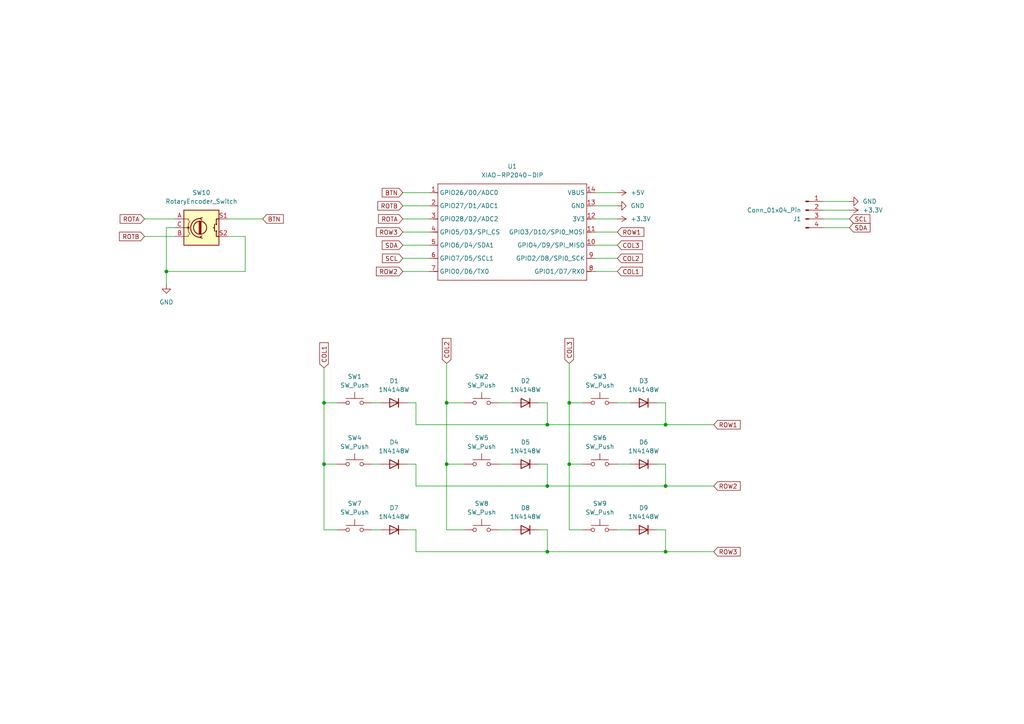
<source format=kicad_sch>
(kicad_sch (version 20250114) (generator "eeschema") (generator_version "9.0")
  (paper "A4")
  (title_block (title "DialPad") (date "2025-07-02") (rev "1.0") (comment 1 "Author: Felix Wittwer"))
  (lib_symbols
    (symbol "Connector:Conn_01x04_Pin" (pin_names (offset 1.016) (hide yes))
      (property "Reference" "J" (at 0 5.08 0))
      (property "Value" "Conn_01x04_Pin" (at 0 -7.62 0))
      (symbol "Conn_01x04_Pin_1_1"
        (rectangle (start 0.8636 2.667) (end 0 2.413) (stroke (width 0.1524)) (fill (type outline)))
        (rectangle (start 0.8636 0.127) (end 0 -0.127) (stroke (width 0.1524)) (fill (type outline)))
        (rectangle (start 0.8636 -2.413) (end 0 -2.667) (stroke (width 0.1524)) (fill (type outline)))
        (rectangle (start 0.8636 -4.953) (end 0 -5.207) (stroke (width 0.1524)) (fill (type outline)))
        (polyline (pts (xy 1.27 2.54) (xy 0.8636 2.54)) (stroke (width 0.1524)))
        (polyline (pts (xy 1.27 0) (xy 0.8636 0)) (stroke (width 0.1524)))
        (polyline (pts (xy 1.27 -2.54) (xy 0.8636 -2.54)) (stroke (width 0.1524)))
        (polyline (pts (xy 1.27 -5.08) (xy 0.8636 -5.08)) (stroke (width 0.1524)))
        (pin passive line (at 5.08 2.54 180) (length 3.81) (name "Pin_1") (number "1"))
        (pin passive line (at 5.08 0 180) (length 3.81) (name "Pin_2") (number "2"))
        (pin passive line (at 5.08 -2.54 180) (length 3.81) (name "Pin_3") (number "3"))
        (pin passive line (at 5.08 -5.08 180) (length 3.81) (name "Pin_4") (number "4"))
      )
    )
    (symbol "Device:D" (pin_numbers (hide yes)) (pin_names (offset 1.016) (hide yes))
      (property "Reference" "D" (at 0 2.54 0))
      (property "Value" "D" (at 0 -2.54 0))
      (symbol "D_0_1"
        (polyline (pts (xy -1.27 1.27) (xy -1.27 -1.27)) (stroke (width 0.254)))
        (polyline (pts (xy 1.27 1.27) (xy 1.27 -1.27) (xy -1.27 0) (xy 1.27 1.27)) (stroke (width 0.254)))
        (polyline (pts (xy 1.27 0) (xy -1.27 0)))
      )
      (symbol "D_1_1"
        (pin passive line (at -3.81 0 0) (length 2.54) (name "K") (number "1"))
        (pin passive line (at 3.81 0 180) (length 2.54) (name "A") (number "2"))
      )
    )
    (symbol "Device:RotaryEncoder_Switch" (pin_names (offset 0.254) (hide yes))
      (property "Reference" "SW" (at 0 6.604 0))
      (property "Value" "RotaryEncoder_Switch" (at 0 -6.604 0))
      (symbol "RotaryEncoder_Switch_0_1"
        (rectangle (start -5.08 5.08) (end 5.08 -5.08) (stroke (width 0.254)) (fill (type background)))
        (polyline (pts (xy -5.08 2.54) (xy -3.81 2.54) (xy -3.81 2.032)))
        (polyline (pts (xy -5.08 0) (xy -3.81 0) (xy -3.81 -1.016) (xy -3.302 -2.032)))
        (polyline (pts (xy -5.08 -2.54) (xy -3.81 -2.54) (xy -3.81 -2.032)))
        (polyline (pts (xy -4.318 0) (xy -3.81 0) (xy -3.81 1.016) (xy -3.302 2.032)))
        (circle (center -3.81 0) (radius 0.254) (fill (type outline)))
        (polyline (pts (xy -0.635 -1.778) (xy -0.635 1.778)) (stroke (width 0.254)))
        (circle (center -0.381 0) (radius 1.905) (stroke (width 0.254)))
        (polyline (pts (xy -0.381 -1.778) (xy -0.381 1.778)) (stroke (width 0.254)))
        (arc (start -0.381 -2.794) (mid -3.0988 -0.0635) (end -0.381 2.667) (stroke (width 0.254)))
        (polyline (pts (xy -0.127 1.778) (xy -0.127 -1.778)) (stroke (width 0.254)))
        (polyline (pts (xy 0.254 2.921) (xy -0.508 2.667) (xy 0.127 2.286)) (stroke (width 0.254)))
        (polyline (pts (xy 0.254 -3.048) (xy -0.508 -2.794) (xy 0.127 -2.413)) (stroke (width 0.254)))
        (polyline (pts (xy 3.81 1.016) (xy 3.81 -1.016)) (stroke (width 0.254)))
        (polyline (pts (xy 3.81 0) (xy 3.429 0)) (stroke (width 0.254)))
        (circle (center 4.318 1.016) (radius 0.127) (stroke (width 0.254)))
        (circle (center 4.318 -1.016) (radius 0.127) (stroke (width 0.254)))
        (polyline (pts (xy 5.08 2.54) (xy 4.318 2.54) (xy 4.318 1.016)) (stroke (width 0.254)))
        (polyline (pts (xy 5.08 -2.54) (xy 4.318 -2.54) (xy 4.318 -1.016)) (stroke (width 0.254)))
      )
      (symbol "RotaryEncoder_Switch_1_1"
        (pin passive line (at -7.62 2.54 0) (length 2.54) (name "A") (number "A"))
        (pin passive line (at -7.62 0 0) (length 2.54) (name "C") (number "C"))
        (pin passive line (at -7.62 -2.54 0) (length 2.54) (name "B") (number "B"))
        (pin passive line (at 7.62 2.54 180) (length 2.54) (name "S1") (number "S1"))
        (pin passive line (at 7.62 -2.54 180) (length 2.54) (name "S2") (number "S2"))
      )
    )
    (symbol "OPL:XIAO-RP2350-DIP"
      (property "Reference" "U" (at -5.588 2.032 0))
      (property "Value" "XIAO-RP2350-DIP" (at 0 0 0))
      (symbol "XIAO-RP2350-DIP_1_0"
        (polyline (pts (xy -6.35 -1.27) (xy 36.83 -1.27)) (stroke (width 0.1524)))
        (polyline (pts (xy -6.35 -3.81) (xy -7.62 -3.81)) (stroke (width 0.1524)))
        (polyline (pts (xy -6.35 -3.81) (xy -6.35 -1.27)) (stroke (width 0.1524)))
        (polyline (pts (xy -6.35 -7.62) (xy -7.62 -7.62)) (stroke (width 0.1524)))
        (polyline (pts (xy -6.35 -7.62) (xy -6.35 -3.81)) (stroke (width 0.1524)))
        (polyline (pts (xy -6.35 -11.43) (xy -7.62 -11.43)) (stroke (width 0.1524)))
        (polyline (pts (xy -6.35 -11.43) (xy -6.35 -7.62)) (stroke (width 0.1524)))
        (polyline (pts (xy -6.35 -15.24) (xy -7.62 -15.24)) (stroke (width 0.1524)))
        (polyline (pts (xy -6.35 -15.24) (xy -6.35 -11.43)) (stroke (width 0.1524)))
        (polyline (pts (xy -6.35 -19.05) (xy -7.62 -19.05)) (stroke (width 0.1524)))
        (polyline (pts (xy -6.35 -22.86) (xy -7.62 -22.86)) (stroke (width 0.1524)))
        (polyline (pts (xy -6.35 -26.67) (xy -7.62 -26.67)) (stroke (width 0.1524)))
        (polyline (pts (xy -6.35 -29.21) (xy -6.35 -15.24)) (stroke (width 0.1524)))
        (polyline (pts (xy 36.83 -1.27) (xy 36.83 -3.81)) (stroke (width 0.1524)))
        (polyline (pts (xy 36.83 -3.81) (xy 36.83 -7.62)) (stroke (width 0.1524)))
        (polyline (pts (xy 36.83 -7.62) (xy 36.83 -11.43)) (stroke (width 0.1524)))
        (polyline (pts (xy 36.83 -11.43) (xy 36.83 -29.21)) (stroke (width 0.1524)))
        (polyline (pts (xy 36.83 -29.21) (xy -6.35 -29.21)) (stroke (width 0.1524)))
        (polyline (pts (xy 38.1 -3.81) (xy 36.83 -3.81)) (stroke (width 0.1524)))
        (polyline (pts (xy 38.1 -7.62) (xy 36.83 -7.62)) (stroke (width 0.1524)))
        (polyline (pts (xy 38.1 -11.43) (xy 36.83 -11.43)) (stroke (width 0.1524)))
        (polyline (pts (xy 38.1 -15.24) (xy 36.83 -15.24)) (stroke (width 0.1524)))
        (polyline (pts (xy 38.1 -19.05) (xy 36.83 -19.05)) (stroke (width 0.1524)))
        (polyline (pts (xy 38.1 -22.86) (xy 36.83 -22.86)) (stroke (width 0.1524)))
        (polyline (pts (xy 38.1 -26.67) (xy 36.83 -26.67)) (stroke (width 0.1524)))
        (pin passive line (at -8.89 -3.81 0) (length 2.54) (name "GPIO26/D0/ADC0") (number "1"))
        (pin passive line (at -8.89 -7.62 0) (length 2.54) (name "GPIO27/D1/ADC1") (number "2"))
        (pin passive line (at -8.89 -11.43 0) (length 2.54) (name "GPIO28/D2/ADC2") (number "3"))
        (pin passive line (at -8.89 -15.24 0) (length 2.54) (name "GPIO5/D3/SPI_CS") (number "4"))
        (pin passive line (at -8.89 -19.05 0) (length 2.54) (name "GPIO6/D4/SDA1") (number "5"))
        (pin passive line (at -8.89 -22.86 0) (length 2.54) (name "GPIO7/D5/SCL1") (number "6"))
        (pin passive line (at -8.89 -26.67 0) (length 2.54) (name "GPIO0/D6/TX0") (number "7"))
        (pin passive line (at 39.37 -3.81 180) (length 2.54) (name "VBUS") (number "14"))
        (pin passive line (at 39.37 -7.62 180) (length 2.54) (name "GND") (number "13"))
        (pin passive line (at 39.37 -11.43 180) (length 2.54) (name "3V3") (number "12"))
        (pin passive line (at 39.37 -15.24 180) (length 2.54) (name "GPIO3/D10/SPI0_MOSI") (number "11"))
        (pin passive line (at 39.37 -19.05 180) (length 2.54) (name "GPIO4/D9/SPI_MISO") (number "10"))
        (pin passive line (at 39.37 -22.86 180) (length 2.54) (name "GPIO2/D8/SPI0_SCK") (number "9"))
        (pin passive line (at 39.37 -26.67 180) (length 2.54) (name "GPIO1/D7/RX0") (number "8"))
      )
    )
    (symbol "Switch:SW_Push" (pin_numbers (hide yes)) (pin_names (offset 1.016) (hide yes))
      (property "Reference" "SW" (at 1.27 2.54 0))
      (property "Value" "SW_Push" (at 0 -1.524 0))
      (symbol "SW_Push_0_1"
        (circle (center -2.032 0) (radius 0.508))
        (polyline (pts (xy 0 1.27) (xy 0 3.048)))
        (circle (center 2.032 0) (radius 0.508))
        (polyline (pts (xy 2.54 1.27) (xy -2.54 1.27)))
        (pin passive line (at -5.08 0 0) (length 2.54) (name "1") (number "1"))
        (pin passive line (at 5.08 0 180) (length 2.54) (name "2") (number "2"))
      )
    )
    (symbol "power:+3.3V" (power) (pin_numbers (hide yes)) (pin_names (offset 0) (hide yes))
      (property "Value" "+3.3V" (at 0 3.556 0))
      (symbol "+3.3V_0_1"
        (polyline (pts (xy -0.762 1.27) (xy 0 2.54)))
        (polyline (pts (xy 0 2.54) (xy 0.762 1.27)))
        (polyline (pts (xy 0 0) (xy 0 2.54)))
      )
      (symbol "+3.3V_1_1"
        (pin power_in line (at 0 0 90) (length 0) (name "~") (number "1"))
      )
    )
    (symbol "power:+5V" (power) (pin_numbers (hide yes)) (pin_names (offset 0) (hide yes))
      (property "Value" "+5V" (at 0 3.556 0))
      (symbol "+5V_0_1"
        (polyline (pts (xy -0.762 1.27) (xy 0 2.54)))
        (polyline (pts (xy 0 2.54) (xy 0.762 1.27)))
        (polyline (pts (xy 0 0) (xy 0 2.54)))
      )
      (symbol "+5V_1_1"
        (pin power_in line (at 0 0 90) (length 0) (name "~") (number "1"))
      )
    )
    (symbol "power:GND" (power) (pin_numbers (hide yes)) (pin_names (offset 0) (hide yes))
      (property "Value" "GND" (at 0 -3.81 0))
      (symbol "GND_0_1"
        (polyline (pts (xy 0 0) (xy 0 -1.27) (xy 1.27 -1.27) (xy 0 -2.54) (xy -1.27 -1.27) (xy 0 -1.27)))
      )
      (symbol "GND_1_1"
        (pin power_in line (at 0 0 270) (length 0) (name "~") (number "1"))
      )
    )
  )
  (junction (at 193.04 160.02))
  (junction (at 129.54 116.84))
  (junction (at 93.98 116.84))
  (junction (at 93.98 134.62))
  (junction (at 158.75 160.02))
  (junction (at 193.04 123.19))
  (junction (at 165.1 134.62))
  (junction (at 158.75 123.19))
  (junction (at 165.1 116.84))
  (junction (at 48.26 78.74))
  (junction (at 129.54 134.62))
  (junction (at 193.04 140.97))
  (junction (at 158.75 140.97))
  (wire (pts (xy 156.21 116.84) (xy 158.75 116.84)))
  (wire (pts (xy 165.1 153.67) (xy 168.91 153.67)))
  (wire (pts (xy 158.75 140.97) (xy 193.04 140.97)))
  (wire (pts (xy 129.54 153.67) (xy 134.62 153.67)))
  (wire (pts (xy 190.5 153.67) (xy 193.04 153.67)))
  (wire (pts (xy 165.1 116.84) (xy 168.91 116.84)))
  (wire (pts (xy 120.65 116.84) (xy 118.11 116.84)))
  (wire (pts (xy 179.07 55.88) (xy 172.72 55.88)))
  (wire (pts (xy 193.04 123.19) (xy 207.01 123.19)))
  (wire (pts (xy 129.54 105.41) (xy 129.54 116.84)))
  (wire (pts (xy 172.72 59.69) (xy 179.07 59.69)))
  (wire (pts (xy 107.95 153.67) (xy 110.49 153.67)))
  (wire (pts (xy 116.84 55.88) (xy 124.46 55.88)))
  (wire (pts (xy 107.95 116.84) (xy 110.49 116.84)))
  (wire (pts (xy 93.98 134.62) (xy 93.98 153.67)))
  (wire (pts (xy 120.65 160.02) (xy 158.75 160.02)))
  (wire (pts (xy 120.65 123.19) (xy 158.75 123.19)))
  (wire (pts (xy 93.98 116.84) (xy 97.79 116.84)))
  (wire (pts (xy 129.54 134.62) (xy 129.54 153.67)))
  (wire (pts (xy 144.78 116.84) (xy 148.59 116.84)))
  (wire (pts (xy 71.12 68.58) (xy 71.12 78.74)))
  (wire (pts (xy 120.65 134.62) (xy 118.11 134.62)))
  (wire (pts (xy 172.72 78.74) (xy 179.07 78.74)))
  (wire (pts (xy 238.76 60.96) (xy 246.38 60.96)))
  (wire (pts (xy 129.54 134.62) (xy 134.62 134.62)))
  (wire (pts (xy 107.95 134.62) (xy 110.49 134.62)))
  (wire (pts (xy 48.26 66.04) (xy 48.26 78.74)))
  (wire (pts (xy 179.07 153.67) (xy 182.88 153.67)))
  (wire (pts (xy 144.78 134.62) (xy 148.59 134.62)))
  (wire (pts (xy 190.5 116.84) (xy 193.04 116.84)))
  (wire (pts (xy 93.98 106.68) (xy 93.98 116.84)))
  (wire (pts (xy 116.84 71.12) (xy 124.46 71.12)))
  (wire (pts (xy 120.65 153.67) (xy 118.11 153.67)))
  (wire (pts (xy 193.04 134.62) (xy 193.04 140.97)))
  (wire (pts (xy 172.72 67.31) (xy 179.07 67.31)))
  (wire (pts (xy 120.65 134.62) (xy 120.65 140.97)))
  (wire (pts (xy 129.54 116.84) (xy 134.62 116.84)))
  (wire (pts (xy 116.84 67.31) (xy 124.46 67.31)))
  (wire (pts (xy 129.54 116.84) (xy 129.54 134.62)))
  (wire (pts (xy 172.72 63.5) (xy 179.07 63.5)))
  (wire (pts (xy 158.75 116.84) (xy 158.75 123.19)))
  (wire (pts (xy 144.78 153.67) (xy 148.59 153.67)))
  (wire (pts (xy 116.84 74.93) (xy 124.46 74.93)))
  (wire (pts (xy 71.12 78.74) (xy 48.26 78.74)))
  (wire (pts (xy 66.04 63.5) (xy 76.2 63.5)))
  (wire (pts (xy 179.07 116.84) (xy 182.88 116.84)))
  (wire (pts (xy 156.21 153.67) (xy 158.75 153.67)))
  (wire (pts (xy 193.04 116.84) (xy 193.04 123.19)))
  (wire (pts (xy 116.84 63.5) (xy 124.46 63.5)))
  (wire (pts (xy 120.65 140.97) (xy 158.75 140.97)))
  (wire (pts (xy 179.07 134.62) (xy 182.88 134.62)))
  (wire (pts (xy 158.75 153.67) (xy 158.75 160.02)))
  (wire (pts (xy 66.04 68.58) (xy 71.12 68.58)))
  (wire (pts (xy 93.98 153.67) (xy 97.79 153.67)))
  (wire (pts (xy 120.65 153.67) (xy 120.65 160.02)))
  (wire (pts (xy 41.91 68.58) (xy 50.8 68.58)))
  (wire (pts (xy 190.5 134.62) (xy 193.04 134.62)))
  (wire (pts (xy 165.1 105.41) (xy 165.1 116.84)))
  (wire (pts (xy 193.04 140.97) (xy 207.01 140.97)))
  (wire (pts (xy 165.1 116.84) (xy 165.1 134.62)))
  (wire (pts (xy 165.1 134.62) (xy 168.91 134.62)))
  (wire (pts (xy 193.04 153.67) (xy 193.04 160.02)))
  (wire (pts (xy 172.72 74.93) (xy 179.07 74.93)))
  (wire (pts (xy 238.76 66.04) (xy 246.38 66.04)))
  (wire (pts (xy 120.65 116.84) (xy 120.65 123.19)))
  (wire (pts (xy 93.98 134.62) (xy 97.79 134.62)))
  (wire (pts (xy 48.26 78.74) (xy 48.26 82.55)))
  (wire (pts (xy 116.84 59.69) (xy 124.46 59.69)))
  (wire (pts (xy 238.76 63.5) (xy 246.38 63.5)))
  (wire (pts (xy 158.75 123.19) (xy 193.04 123.19)))
  (wire (pts (xy 158.75 160.02) (xy 193.04 160.02)))
  (wire (pts (xy 165.1 134.62) (xy 165.1 153.67)))
  (wire (pts (xy 172.72 71.12) (xy 179.07 71.12)))
  (wire (pts (xy 238.76 58.42) (xy 246.38 58.42)))
  (wire (pts (xy 193.04 160.02) (xy 207.01 160.02)))
  (wire (pts (xy 50.8 66.04) (xy 48.26 66.04)))
  (wire (pts (xy 158.75 134.62) (xy 158.75 140.97)))
  (wire (pts (xy 93.98 116.84) (xy 93.98 134.62)))
  (wire (pts (xy 41.91 63.5) (xy 50.8 63.5)))
  (wire (pts (xy 156.21 134.62) (xy 158.75 134.62)))
  (wire (pts (xy 116.84 78.74) (xy 124.46 78.74)))
  (global_label "SDA" (shape input) (at 116.84 71.12 180) (property "Intersheetrefs" "${INTERSHEET_REFS}" (effects (hide yes))))
  (global_label "ROW2" (shape input) (at 207.01 140.97 0) (property "Intersheetrefs" "${INTERSHEET_REFS}" (effects (hide yes))))
  (global_label "COL1" (shape input) (at 179.07 78.74 0) (property "Intersheetrefs" "${INTERSHEET_REFS}" (effects (hide yes))))
  (global_label "ROW3" (shape input) (at 207.01 160.02 0) (property "Intersheetrefs" "${INTERSHEET_REFS}" (effects (hide yes))))
  (global_label "SCL" (shape input) (at 116.84 74.93 180) (property "Intersheetrefs" "${INTERSHEET_REFS}" (effects (hide yes))))
  (global_label "SCL" (shape input) (at 246.38 63.5 0) (property "Intersheetrefs" "${INTERSHEET_REFS}" (effects (hide yes))))
  (global_label "COL1" (shape input) (at 93.98 106.68 90) (property "Intersheetrefs" "${INTERSHEET_REFS}" (effects (hide yes))))
  (global_label "ROW1" (shape input) (at 179.07 67.31 0) (property "Intersheetrefs" "${INTERSHEET_REFS}" (effects (hide yes))))
  (global_label "ROTA" (shape input) (at 41.91 63.5 180) (property "Intersheetrefs" "${INTERSHEET_REFS}" (effects (hide yes))))
  (global_label "COL2" (shape input) (at 179.07 74.93 0) (property "Intersheetrefs" "${INTERSHEET_REFS}" (effects (hide yes))))
  (global_label "ROTA" (shape input) (at 116.84 63.5 180) (property "Intersheetrefs" "${INTERSHEET_REFS}" (effects (hide yes))))
  (global_label "BTN" (shape input) (at 116.84 55.88 180) (property "Intersheetrefs" "${INTERSHEET_REFS}" (effects (hide yes))))
  (global_label "ROTB" (shape input) (at 116.84 59.69 180) (property "Intersheetrefs" "${INTERSHEET_REFS}" (effects (hide yes))))
  (global_label "COL3" (shape input) (at 165.1 105.41 90) (property "Intersheetrefs" "${INTERSHEET_REFS}" (effects (hide yes))))
  (global_label "ROW3" (shape input) (at 116.84 67.31 180) (property "Intersheetrefs" "${INTERSHEET_REFS}" (effects (hide yes))))
  (global_label "COL2" (shape input) (at 129.54 105.41 90) (property "Intersheetrefs" "${INTERSHEET_REFS}" (effects (hide yes))))
  (global_label "BTN" (shape input) (at 76.2 63.5 0) (property "Intersheetrefs" "${INTERSHEET_REFS}" (effects (hide yes))))
  (global_label "COL3" (shape input) (at 179.07 71.12 0) (property "Intersheetrefs" "${INTERSHEET_REFS}" (effects (hide yes))))
  (global_label "ROTB" (shape input) (at 41.91 68.58 180) (property "Intersheetrefs" "${INTERSHEET_REFS}" (effects (hide yes))))
  (global_label "SDA" (shape input) (at 246.38 66.04 0) (property "Intersheetrefs" "${INTERSHEET_REFS}" (effects (hide yes))))
  (global_label "ROW2" (shape input) (at 116.84 78.74 180) (property "Intersheetrefs" "${INTERSHEET_REFS}" (effects (hide yes))))
  (global_label "ROW1" (shape input) (at 207.01 123.19 0) (property "Intersheetrefs" "${INTERSHEET_REFS}" (effects (hide yes))))
  (symbol (lib_id "Device:D") (at 152.4 116.84 180) (unit 1)
    (property "Reference" "D2" (at 152.4 110.49 0))
    (property "Value" "1N4148W" (at 152.4 113.03 0))
    (property "Footprint" "Diode_THT:D_A-405_P2.54mm_Vertical_AnodeUp" (effects (hide yes)))
    (property "Description" "Diode" (effects (hide yes)))
    (property "Sim.Device" "D" (effects (hide yes)))
    (property "Sim.Pins" "1=K 2=A" (effects (hide yes)))
  )
  (symbol (lib_id "power:+5V") (at 179.07 55.88 270) (unit 1)
    (property "Reference" "#PWR03" (effects (hide yes)))
    (property "Value" "+5V" (at 182.88 55.8799 90) (effects (justify left)))
    (property "Description" "Power symbol creates a global label with name \"+5V\"" (effects (hide yes)))
  )
  (symbol (lib_id "power:GND") (at 246.38 58.42 90) (unit 1)
    (property "Reference" "#PWR05" (effects (hide yes)))
    (property "Value" "GND" (at 250.19 58.4201 90) (effects (justify right)))
    (property "Description" "Power symbol creates a global label with name \"GND\" , ground" (effects (hide yes)))
  )
  (symbol (lib_id "Switch:SW_Push") (at 139.7 116.84 0) (unit 1)
    (property "Reference" "SW2" (at 139.7 109.22 0))
    (property "Value" "SW_Push" (at 139.7 111.76 0))
    (property "Footprint" "Button_Switch_Keyboard:SW_Cherry_MX_1.00u_PCB" (effects (hide yes)))
    (property "Description" "Push button switch, generic, two pins" (effects (hide yes)))
  )
  (symbol (lib_id "Device:D") (at 114.3 153.67 180) (unit 1)
    (property "Reference" "D7" (at 114.3 147.32 0))
    (property "Value" "1N4148W" (at 114.3 149.86 0))
    (property "Footprint" "Diode_THT:D_A-405_P2.54mm_Vertical_AnodeUp" (effects (hide yes)))
    (property "Description" "Diode" (effects (hide yes)))
    (property "Sim.Device" "D" (effects (hide yes)))
    (property "Sim.Pins" "1=K 2=A" (effects (hide yes)))
  )
  (symbol (lib_id "power:+3.3V") (at 179.07 63.5 270) (unit 1)
    (property "Reference" "#PWR04" (effects (hide yes)))
    (property "Value" "+3.3V" (at 182.88 63.4999 90) (effects (justify left)))
    (property "Description" "Power symbol creates a global label with name \"+3.3V\"" (effects (hide yes)))
  )
  (symbol (lib_id "Switch:SW_Push") (at 102.87 153.67 0) (unit 1)
    (property "Reference" "SW7" (at 102.87 146.05 0))
    (property "Value" "SW_Push" (at 102.87 148.59 0))
    (property "Footprint" "Button_Switch_Keyboard:SW_Cherry_MX_1.00u_PCB" (effects (hide yes)))
    (property "Description" "Push button switch, generic, two pins" (effects (hide yes)))
  )
  (symbol (lib_id "Device:D") (at 114.3 116.84 180) (unit 1)
    (property "Reference" "D1" (at 114.3 110.49 0))
    (property "Value" "1N4148W" (at 114.3 113.03 0))
    (property "Footprint" "Diode_THT:D_A-405_P2.54mm_Vertical_AnodeUp" (effects (hide yes)))
    (property "Description" "Diode" (effects (hide yes)))
    (property "Sim.Device" "D" (effects (hide yes)))
    (property "Sim.Pins" "1=K 2=A" (effects (hide yes)))
  )
  (symbol (lib_id "Switch:SW_Push") (at 139.7 153.67 0) (unit 1)
    (property "Reference" "SW8" (at 139.7 146.05 0))
    (property "Value" "SW_Push" (at 139.7 148.59 0))
    (property "Footprint" "Button_Switch_Keyboard:SW_Cherry_MX_1.00u_PCB" (effects (hide yes)))
    (property "Description" "Push button switch, generic, two pins" (effects (hide yes)))
  )
  (symbol (lib_id "Device:D") (at 114.3 134.62 180) (unit 1)
    (property "Reference" "D4" (at 114.3 128.27 0))
    (property "Value" "1N4148W" (at 114.3 130.81 0))
    (property "Footprint" "Diode_THT:D_A-405_P2.54mm_Vertical_AnodeUp" (effects (hide yes)))
    (property "Description" "Diode" (effects (hide yes)))
    (property "Sim.Device" "D" (effects (hide yes)))
    (property "Sim.Pins" "1=K 2=A" (effects (hide yes)))
  )
  (symbol (lib_id "Device:D") (at 186.69 153.67 180) (unit 1)
    (property "Reference" "D9" (at 186.69 147.32 0))
    (property "Value" "1N4148W" (at 186.69 149.86 0))
    (property "Footprint" "Diode_THT:D_A-405_P2.54mm_Vertical_AnodeUp" (effects (hide yes)))
    (property "Description" "Diode" (effects (hide yes)))
    (property "Sim.Device" "D" (effects (hide yes)))
    (property "Sim.Pins" "1=K 2=A" (effects (hide yes)))
  )
  (symbol (lib_id "Device:RotaryEncoder_Switch") (at 58.42 66.04 0) (unit 1)
    (property "Reference" "SW10" (at 58.42 55.88 0))
    (property "Value" "RotaryEncoder_Switch" (at 58.42 58.42 0))
    (property "Footprint" "Rotary_Encoder:RotaryEncoder_Alps_EC11E-Switch_Vertical_H20mm_CircularMountingHoles" (effects (hide yes)))
    (property "Description" "Rotary encoder, dual channel, incremental quadrate outputs, with switch" (effects (hide yes)))
  )
  (symbol (lib_id "OPL:XIAO-RP2350-DIP") (at 133.35 52.07 0) (unit 1)
    (property "Reference" "U1" (at 148.59 48.26 0))
    (property "Value" "XIAO-RP2040-DIP" (at 148.59 50.8 0))
    (property "Footprint" "OPL:XIAO-RP2040-DIP" (effects (hide yes)))
  )
  (symbol (lib_id "Switch:SW_Push") (at 102.87 116.84 0) (unit 1)
    (property "Reference" "SW1" (at 102.87 109.22 0))
    (property "Value" "SW_Push" (at 102.87 111.76 0))
    (property "Footprint" "Button_Switch_Keyboard:SW_Cherry_MX_1.00u_PCB" (effects (hide yes)))
    (property "Description" "Push button switch, generic, two pins" (effects (hide yes)))
  )
  (symbol (lib_id "Device:D") (at 186.69 134.62 180) (unit 1)
    (property "Reference" "D6" (at 186.69 128.27 0))
    (property "Value" "1N4148W" (at 186.69 130.81 0))
    (property "Footprint" "Diode_THT:D_A-405_P2.54mm_Vertical_AnodeUp" (effects (hide yes)))
    (property "Description" "Diode" (effects (hide yes)))
    (property "Sim.Device" "D" (effects (hide yes)))
    (property "Sim.Pins" "1=K 2=A" (effects (hide yes)))
  )
  (symbol (lib_id "Switch:SW_Push") (at 102.87 134.62 0) (unit 1)
    (property "Reference" "SW4" (at 102.87 127 0))
    (property "Value" "SW_Push" (at 102.87 129.54 0))
    (property "Footprint" "Button_Switch_Keyboard:SW_Cherry_MX_1.00u_PCB" (effects (hide yes)))
    (property "Description" "Push button switch, generic, two pins" (effects (hide yes)))
  )
  (symbol (lib_id "power:GND") (at 179.07 59.69 90) (unit 1)
    (property "Reference" "#PWR02" (effects (hide yes)))
    (property "Value" "GND" (at 182.88 59.6899 90) (effects (justify right)))
    (property "Description" "Power symbol creates a global label with name \"GND\" , ground" (effects (hide yes)))
  )
  (symbol (lib_id "Switch:SW_Push") (at 173.99 134.62 0) (unit 1)
    (property "Reference" "SW6" (at 173.99 127 0))
    (property "Value" "SW_Push" (at 173.99 129.54 0))
    (property "Footprint" "Button_Switch_Keyboard:SW_Cherry_MX_1.00u_PCB" (effects (hide yes)))
    (property "Description" "Push button switch, generic, two pins" (effects (hide yes)))
  )
  (symbol (lib_id "Device:D") (at 152.4 153.67 180) (unit 1)
    (property "Reference" "D8" (at 152.4 147.32 0))
    (property "Value" "1N4148W" (at 152.4 149.86 0))
    (property "Footprint" "Diode_THT:D_A-405_P2.54mm_Vertical_AnodeUp" (effects (hide yes)))
    (property "Description" "Diode" (effects (hide yes)))
    (property "Sim.Device" "D" (effects (hide yes)))
    (property "Sim.Pins" "1=K 2=A" (effects (hide yes)))
  )
  (symbol (lib_id "Switch:SW_Push") (at 173.99 153.67 0) (unit 1)
    (property "Reference" "SW9" (at 173.99 146.05 0))
    (property "Value" "SW_Push" (at 173.99 148.59 0))
    (property "Footprint" "Button_Switch_Keyboard:SW_Cherry_MX_1.00u_PCB" (effects (hide yes)))
    (property "Description" "Push button switch, generic, two pins" (effects (hide yes)))
  )
  (symbol (lib_id "Device:D") (at 186.69 116.84 180) (unit 1)
    (property "Reference" "D3" (at 186.69 110.49 0))
    (property "Value" "1N4148W" (at 186.69 113.03 0))
    (property "Footprint" "Diode_THT:D_A-405_P2.54mm_Vertical_AnodeUp" (effects (hide yes)))
    (property "Description" "Diode" (effects (hide yes)))
    (property "Sim.Device" "D" (effects (hide yes)))
    (property "Sim.Pins" "1=K 2=A" (effects (hide yes)))
  )
  (symbol (lib_id "Switch:SW_Push") (at 139.7 134.62 0) (unit 1)
    (property "Reference" "SW5" (at 139.7 127 0))
    (property "Value" "SW_Push" (at 139.7 129.54 0))
    (property "Footprint" "Button_Switch_Keyboard:SW_Cherry_MX_1.00u_PCB" (effects (hide yes)))
    (property "Description" "Push button switch, generic, two pins" (effects (hide yes)))
  )
  (symbol (lib_id "Connector:Conn_01x04_Pin") (at 233.68 60.96 0) (unit 1)
    (property "Reference" "J1" (at 232.41 63.5001 0) (effects (justify right)))
    (property "Value" "Conn_01x04_Pin" (at 232.41 60.9601 0) (effects (justify right)))
    (property "Footprint" "Connector_PinSocket_2.54mm:PinSocket_1x04_P2.54mm_Vertical" (effects (hide yes)))
    (property "Description" "Generic connector, single row, 01x04, script generated" (effects (hide yes)))
  )
  (symbol (lib_id "power:+3.3V") (at 246.38 60.96 270) (unit 1)
    (property "Reference" "#PWR06" (effects (hide yes)))
    (property "Value" "+3.3V" (at 250.19 60.9601 90) (effects (justify left)))
    (property "Description" "Power symbol creates a global label with name \"+3.3V\"" (effects (hide yes)))
  )
  (symbol (lib_id "power:GND") (at 48.26 82.55 0) (unit 1)
    (property "Reference" "#PWR01" (effects (hide yes)))
    (property "Value" "GND" (at 48.26 87.63 0))
    (property "Description" "Power symbol creates a global label with name \"GND\" , ground" (effects (hide yes)))
  )
  (symbol (lib_id "Device:D") (at 152.4 134.62 180) (unit 1)
    (property "Reference" "D5" (at 152.4 128.27 0))
    (property "Value" "1N4148W" (at 152.4 130.81 0))
    (property "Footprint" "Diode_THT:D_A-405_P2.54mm_Vertical_AnodeUp" (effects (hide yes)))
    (property "Description" "Diode" (effects (hide yes)))
    (property "Sim.Device" "D" (effects (hide yes)))
    (property "Sim.Pins" "1=K 2=A" (effects (hide yes)))
  )
  (symbol (lib_id "Switch:SW_Push") (at 173.99 116.84 0) (unit 1)
    (property "Reference" "SW3" (at 173.99 109.22 0))
    (property "Value" "SW_Push" (at 173.99 111.76 0))
    (property "Footprint" "Button_Switch_Keyboard:SW_Cherry_MX_1.00u_PCB" (effects (hide yes)))
    (property "Description" "Push button switch, generic, two pins" (effects (hide yes)))
  )
)
</source>
